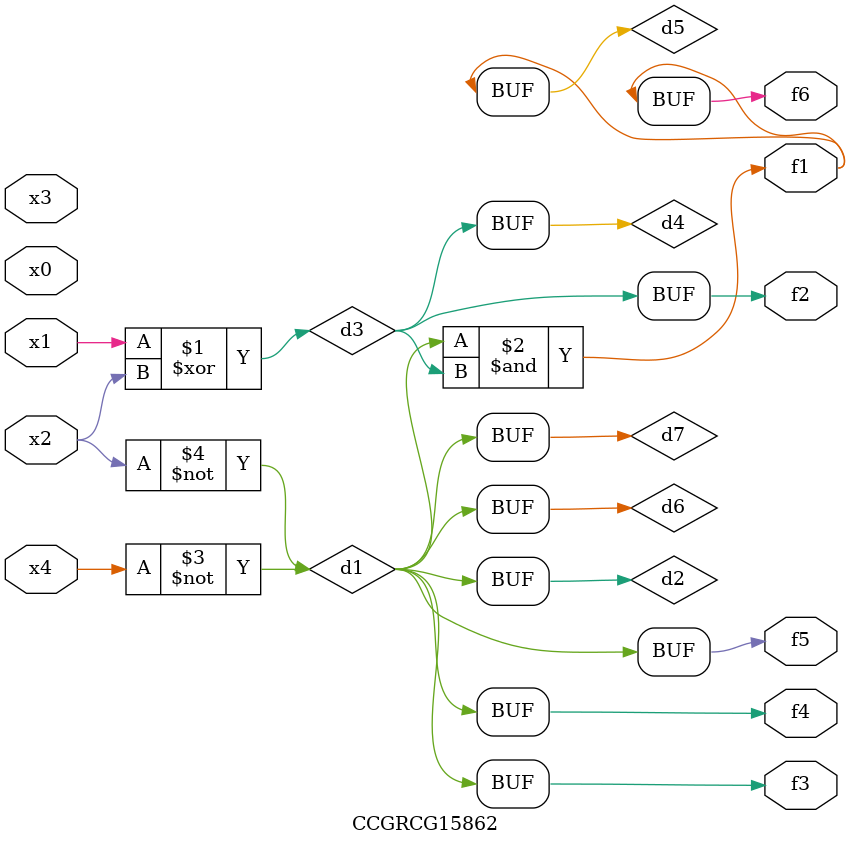
<source format=v>
module CCGRCG15862(
	input x0, x1, x2, x3, x4,
	output f1, f2, f3, f4, f5, f6
);

	wire d1, d2, d3, d4, d5, d6, d7;

	not (d1, x4);
	not (d2, x2);
	xor (d3, x1, x2);
	buf (d4, d3);
	and (d5, d1, d3);
	buf (d6, d1, d2);
	buf (d7, d2);
	assign f1 = d5;
	assign f2 = d4;
	assign f3 = d7;
	assign f4 = d7;
	assign f5 = d7;
	assign f6 = d5;
endmodule

</source>
